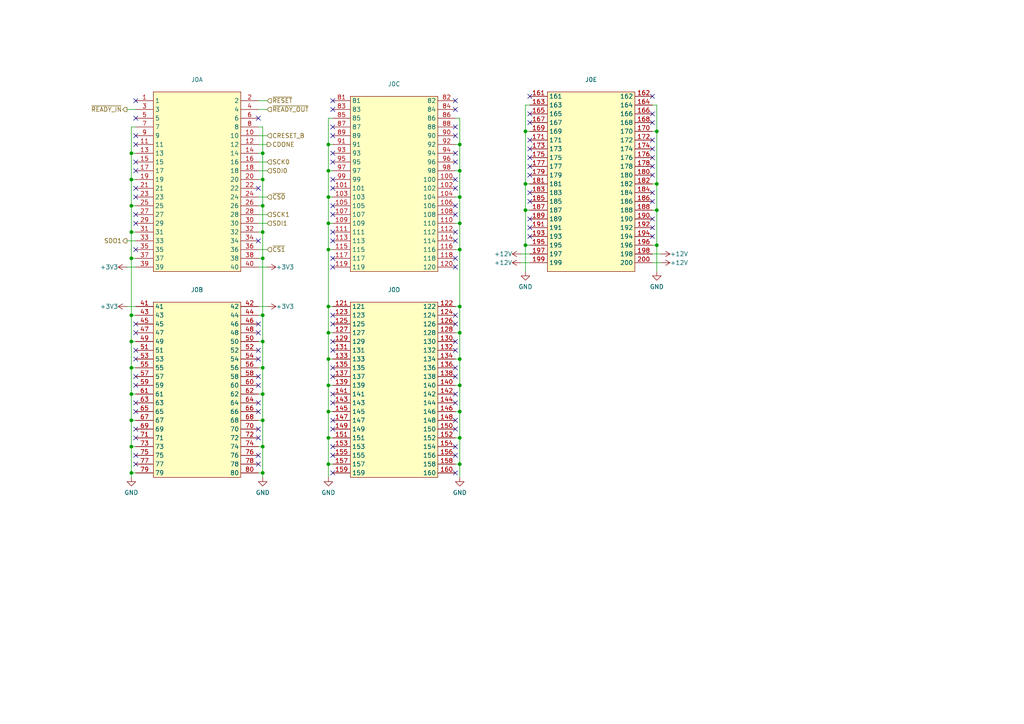
<source format=kicad_sch>
(kicad_sch (version 20211123) (generator eeschema)
  (paper "A4")
  (title_block (date "2021-08-15") (rev "CM4") (company "fourside.io"))
  (lib_symbols
    (symbol "Connector:SODIMM-200_Split"
      (property "Reference" "J" (at 0 1.27 0))
      (property "Value" "SODIMM-200_Split" (at 0 -1.27 0))
      (symbol "SODIMM-200_Split_1_1"
        (rectangle (start -12.7 25.4) (end 12.7 -26.67) (fill (type background)))
        (pin passive line (at -17.78 22.86 0) (length 5.08) (name "1") (number "1"))
        (pin passive line (at 17.78 12.7 180) (length 5.08) (name "10") (number "10"))
        (pin passive line (at -17.78 10.16 0) (length 5.08) (name "11") (number "11"))
        (pin passive line (at 17.78 10.16 180) (length 5.08) (name "12") (number "12"))
        (pin passive line (at -17.78 7.62 0) (length 5.08) (name "13") (number "13"))
        (pin passive line (at 17.78 7.62 180) (length 5.08) (name "14") (number "14"))
        (pin passive line (at -17.78 5.08 0) (length 5.08) (name "15") (number "15"))
        (pin passive line (at 17.78 5.08 180) (length 5.08) (name "16") (number "16"))
        (pin passive line (at -17.78 2.54 0) (length 5.08) (name "17") (number "17"))
        (pin passive line (at 17.78 2.54 180) (length 5.08) (name "18") (number "18"))
        (pin passive line (at -17.78 0 0) (length 5.08) (name "19") (number "19"))
        (pin passive line (at 17.78 22.86 180) (length 5.08) (name "2") (number "2"))
        (pin passive line (at 17.78 0 180) (length 5.08) (name "20") (number "20"))
        (pin passive line (at -17.78 -2.54 0) (length 5.08) (name "21") (number "21"))
        (pin passive line (at 17.78 -2.54 180) (length 5.08) (name "22") (number "22"))
        (pin passive line (at -17.78 -5.08 0) (length 5.08) (name "23") (number "23"))
        (pin passive line (at 17.78 -5.08 180) (length 5.08) (name "24") (number "24"))
        (pin passive line (at -17.78 -7.62 0) (length 5.08) (name "25") (number "25"))
        (pin passive line (at 17.78 -7.62 180) (length 5.08) (name "26") (number "26"))
        (pin passive line (at -17.78 -10.16 0) (length 5.08) (name "27") (number "27"))
        (pin passive line (at 17.78 -10.16 180) (length 5.08) (name "28") (number "28"))
        (pin passive line (at -17.78 -12.7 0) (length 5.08) (name "29") (number "29"))
        (pin passive line (at -17.78 20.32 0) (length 5.08) (name "3") (number "3"))
        (pin passive line (at 17.78 -12.7 180) (length 5.08) (name "30") (number "30"))
        (pin passive line (at -17.78 -15.24 0) (length 5.08) (name "31") (number "31"))
        (pin passive line (at 17.78 -15.24 180) (length 5.08) (name "32") (number "32"))
        (pin passive line (at -17.78 -17.78 0) (length 5.08) (name "33") (number "33"))
        (pin passive line (at 17.78 -17.78 180) (length 5.08) (name "34") (number "34"))
        (pin passive line (at -17.78 -20.32 0) (length 5.08) (name "35") (number "35"))
        (pin passive line (at 17.78 -20.32 180) (length 5.08) (name "36") (number "36"))
        (pin passive line (at -17.78 -22.86 0) (length 5.08) (name "37") (number "37"))
        (pin passive line (at 17.78 -22.86 180) (length 5.08) (name "38") (number "38"))
        (pin passive line (at -17.78 -25.4 0) (length 5.08) (name "39") (number "39"))
        (pin passive line (at 17.78 20.32 180) (length 5.08) (name "4") (number "4"))
        (pin passive line (at 17.78 -25.4 180) (length 5.08) (name "40") (number "40"))
        (pin passive line (at -17.78 17.78 0) (length 5.08) (name "5") (number "5"))
        (pin passive line (at 17.78 17.78 180) (length 5.08) (name "6") (number "6"))
        (pin passive line (at -17.78 15.24 0) (length 5.08) (name "7") (number "7"))
        (pin passive line (at 17.78 15.24 180) (length 5.08) (name "8") (number "8"))
        (pin passive line (at -17.78 12.7 0) (length 5.08) (name "9") (number "9"))
      )
      (symbol "SODIMM-200_Split_2_1"
        (rectangle (start -12.7 -26.67) (end 12.7 24.13) (fill (type background)))
        (pin passive line (at -17.78 22.86 0) (length 5.08) (name "41") (number "41"))
        (pin passive line (at 17.78 22.86 180) (length 5.08) (name "42") (number "42"))
        (pin passive line (at -17.78 20.32 0) (length 5.08) (name "43") (number "43"))
        (pin passive line (at 17.78 20.32 180) (length 5.08) (name "44") (number "44"))
        (pin passive line (at -17.78 17.78 0) (length 5.08) (name "45") (number "45"))
        (pin passive line (at 17.78 17.78 180) (length 5.08) (name "46") (number "46"))
        (pin passive line (at -17.78 15.24 0) (length 5.08) (name "47") (number "47"))
        (pin passive line (at 17.78 15.24 180) (length 5.08) (name "48") (number "48"))
        (pin passive line (at -17.78 12.7 0) (length 5.08) (name "49") (number "49"))
        (pin passive line (at 17.78 12.7 180) (length 5.08) (name "50") (number "50"))
        (pin passive line (at -17.78 10.16 0) (length 5.08) (name "51") (number "51"))
        (pin passive line (at 17.78 10.16 180) (length 5.08) (name "52") (number "52"))
        (pin passive line (at -17.78 7.62 0) (length 5.08) (name "53") (number "53"))
        (pin passive line (at 17.78 7.62 180) (length 5.08) (name "54") (number "54"))
        (pin passive line (at -17.78 5.08 0) (length 5.08) (name "55") (number "55"))
        (pin passive line (at 17.78 5.08 180) (length 5.08) (name "56") (number "56"))
        (pin passive line (at -17.78 2.54 0) (length 5.08) (name "57") (number "57"))
        (pin passive line (at 17.78 2.54 180) (length 5.08) (name "58") (number "58"))
        (pin passive line (at -17.78 0 0) (length 5.08) (name "59") (number "59"))
        (pin passive line (at 17.78 0 180) (length 5.08) (name "60") (number "60"))
        (pin passive line (at -17.78 -2.54 0) (length 5.08) (name "61") (number "61"))
        (pin passive line (at 17.78 -2.54 180) (length 5.08) (name "62") (number "62"))
        (pin passive line (at -17.78 -5.08 0) (length 5.08) (name "63") (number "63"))
        (pin passive line (at 17.78 -5.08 180) (length 5.08) (name "64") (number "64"))
        (pin passive line (at -17.78 -7.62 0) (length 5.08) (name "65") (number "65"))
        (pin passive line (at 17.78 -7.62 180) (length 5.08) (name "66") (number "66"))
        (pin passive line (at -17.78 -10.16 0) (length 5.08) (name "67") (number "67"))
        (pin passive line (at 17.78 -10.16 180) (length 5.08) (name "68") (number "68"))
        (pin passive line (at -17.78 -12.7 0) (length 5.08) (name "69") (number "69"))
        (pin passive line (at 17.78 -12.7 180) (length 5.08) (name "70") (number "70"))
        (pin passive line (at -17.78 -15.24 0) (length 5.08) (name "71") (number "71"))
        (pin passive line (at 17.78 -15.24 180) (length 5.08) (name "72") (number "72"))
        (pin passive line (at -17.78 -17.78 0) (length 5.08) (name "73") (number "73"))
        (pin passive line (at 17.78 -17.78 180) (length 5.08) (name "74") (number "74"))
        (pin passive line (at -17.78 -20.32 0) (length 5.08) (name "75") (number "75"))
        (pin passive line (at 17.78 -20.32 180) (length 5.08) (name "76") (number "76"))
        (pin passive line (at -17.78 -22.86 0) (length 5.08) (name "77") (number "77"))
        (pin passive line (at 17.78 -22.86 180) (length 5.08) (name "78") (number "78"))
        (pin passive line (at -17.78 -25.4 0) (length 5.08) (name "79") (number "79"))
        (pin passive line (at 17.78 -25.4 180) (length 5.08) (name "80") (number "80"))
      )
      (symbol "SODIMM-200_Split_3_1"
        (rectangle (start -12.7 24.13) (end 12.7 -26.67) (fill (type background)))
        (pin passive line (at 17.78 0 180) (length 5.08) (name "100") (number "100"))
        (pin passive line (at -17.78 -2.54 0) (length 5.08) (name "101") (number "101"))
        (pin passive line (at 17.78 -2.54 180) (length 5.08) (name "102") (number "102"))
        (pin passive line (at -17.78 -5.08 0) (length 5.08) (name "103") (number "103"))
        (pin passive line (at 17.78 -5.08 180) (length 5.08) (name "104") (number "104"))
        (pin passive line (at -17.78 -7.62 0) (length 5.08) (name "105") (number "105"))
        (pin passive line (at 17.78 -7.62 180) (length 5.08) (name "106") (number "106"))
        (pin passive line (at -17.78 -10.16 0) (length 5.08) (name "107") (number "107"))
        (pin passive line (at 17.78 -10.16 180) (length 5.08) (name "108") (number "108"))
        (pin passive line (at -17.78 -12.7 0) (length 5.08) (name "109") (number "109"))
        (pin passive line (at 17.78 -12.7 180) (length 5.08) (name "110") (number "110"))
        (pin passive line (at -17.78 -15.24 0) (length 5.08) (name "111") (number "111"))
        (pin passive line (at 17.78 -15.24 180) (length 5.08) (name "112") (number "112"))
        (pin passive line (at -17.78 -17.78 0) (length 5.08) (name "113") (number "113"))
        (pin passive line (at 17.78 -17.78 180) (length 5.08) (name "114") (number "114"))
        (pin passive line (at -17.78 -20.32 0) (length 5.08) (name "115") (number "115"))
        (pin passive line (at 17.78 -20.32 180) (length 5.08) (name "116") (number "116"))
        (pin passive line (at -17.78 -22.86 0) (length 5.08) (name "117") (number "117"))
        (pin passive line (at 17.78 -22.86 180) (length 5.08) (name "118") (number "118"))
        (pin passive line (at -17.78 -25.4 0) (length 5.08) (name "119") (number "119"))
        (pin passive line (at 17.78 -25.4 180) (length 5.08) (name "120") (number "120"))
        (pin passive line (at -17.78 22.86 0) (length 5.08) (name "81") (number "81"))
        (pin passive line (at 17.78 22.86 180) (length 5.08) (name "82") (number "82"))
        (pin passive line (at -17.78 20.32 0) (length 5.08) (name "83") (number "83"))
        (pin passive line (at 17.78 20.32 180) (length 5.08) (name "84") (number "84"))
        (pin passive line (at -17.78 17.78 0) (length 5.08) (name "85") (number "85"))
        (pin passive line (at 17.78 17.78 180) (length 5.08) (name "86") (number "86"))
        (pin passive line (at -17.78 15.24 0) (length 5.08) (name "87") (number "87"))
        (pin passive line (at 17.78 15.24 180) (length 5.08) (name "88") (number "88"))
        (pin passive line (at -17.78 12.7 0) (length 5.08) (name "89") (number "89"))
        (pin passive line (at 17.78 12.7 180) (length 5.08) (name "90") (number "90"))
        (pin passive line (at -17.78 10.16 0) (length 5.08) (name "91") (number "91"))
        (pin passive line (at 17.78 10.16 180) (length 5.08) (name "92") (number "92"))
        (pin passive line (at -17.78 7.62 0) (length 5.08) (name "93") (number "93"))
        (pin passive line (at 17.78 7.62 180) (length 5.08) (name "94") (number "94"))
        (pin passive line (at -17.78 5.08 0) (length 5.08) (name "95") (number "95"))
        (pin passive line (at 17.78 5.08 180) (length 5.08) (name "96") (number "96"))
        (pin passive line (at -17.78 2.54 0) (length 5.08) (name "97") (number "97"))
        (pin passive line (at 17.78 2.54 180) (length 5.08) (name "98") (number "98"))
        (pin passive line (at -17.78 0 0) (length 5.08) (name "99") (number "99"))
      )
      (symbol "SODIMM-200_Split_4_1"
        (rectangle (start -12.7 24.13) (end 12.7 -26.67) (fill (type background)))
        (pin passive line (at -17.78 22.86 0) (length 5.08) (name "121") (number "121"))
        (pin passive line (at 17.78 22.86 180) (length 5.08) (name "122") (number "122"))
        (pin passive line (at -17.78 20.32 0) (length 5.08) (name "123") (number "123"))
        (pin passive line (at 17.78 20.32 180) (length 5.08) (name "124") (number "124"))
        (pin passive line (at -17.78 17.78 0) (length 5.08) (name "125") (number "125"))
        (pin passive line (at 17.78 17.78 180) (length 5.08) (name "126") (number "126"))
        (pin passive line (at -17.78 15.24 0) (length 5.08) (name "127") (number "127"))
        (pin passive line (at 17.78 15.24 180) (length 5.08) (name "128") (number "128"))
        (pin passive line (at -17.78 12.7 0) (length 5.08) (name "129") (number "129"))
        (pin passive line (at 17.78 12.7 180) (length 5.08) (name "130") (number "130"))
        (pin passive line (at -17.78 10.16 0) (length 5.08) (name "131") (number "131"))
        (pin passive line (at 17.78 10.16 180) (length 5.08) (name "132") (number "132"))
        (pin passive line (at -17.78 7.62 0) (length 5.08) (name "133") (number "133"))
        (pin passive line (at 17.78 7.62 180) (length 5.08) (name "134") (number "134"))
        (pin passive line (at -17.78 5.08 0) (length 5.08) (name "135") (number "135"))
        (pin passive line (at 17.78 5.08 180) (length 5.08) (name "136") (number "136"))
        (pin passive line (at -17.78 2.54 0) (length 5.08) (name "137") (number "137"))
        (pin passive line (at 17.78 2.54 180) (length 5.08) (name "138") (number "138"))
        (pin passive line (at -17.78 0 0) (length 5.08) (name "139") (number "139"))
        (pin passive line (at 17.78 0 180) (length 5.08) (name "140") (number "140"))
        (pin passive line (at -17.78 -2.54 0) (length 5.08) (name "141") (number "141"))
        (pin passive line (at 17.78 -2.54 180) (length 5.08) (name "142") (number "142"))
        (pin passive line (at -17.78 -5.08 0) (length 5.08) (name "143") (number "143"))
        (pin passive line (at 17.78 -5.08 180) (length 5.08) (name "144") (number "144"))
        (pin passive line (at -17.78 -7.62 0) (length 5.08) (name "145") (number "145"))
        (pin passive line (at 17.78 -7.62 180) (length 5.08) (name "146") (number "146"))
        (pin passive line (at -17.78 -10.16 0) (length 5.08) (name "147") (number "147"))
        (pin passive line (at 17.78 -10.16 180) (length 5.08) (name "148") (number "148"))
        (pin passive line (at -17.78 -12.7 0) (length 5.08) (name "149") (number "149"))
        (pin passive line (at 17.78 -12.7 180) (length 5.08) (name "150") (number "150"))
        (pin passive line (at -17.78 -15.24 0) (length 5.08) (name "151") (number "151"))
        (pin passive line (at 17.78 -15.24 180) (length 5.08) (name "152") (number "152"))
        (pin passive line (at -17.78 -17.78 0) (length 5.08) (name "153") (number "153"))
        (pin passive line (at 17.78 -17.78 180) (length 5.08) (name "154") (number "154"))
        (pin passive line (at -17.78 -20.32 0) (length 5.08) (name "155") (number "155"))
        (pin passive line (at 17.78 -20.32 180) (length 5.08) (name "156") (number "156"))
        (pin passive line (at -17.78 -22.86 0) (length 5.08) (name "157") (number "157"))
        (pin passive line (at 17.78 -22.86 180) (length 5.08) (name "158") (number "158"))
        (pin passive line (at -17.78 -25.4 0) (length 5.08) (name "159") (number "159"))
        (pin passive line (at 17.78 -25.4 180) (length 5.08) (name "160") (number "160"))
      )
      (symbol "SODIMM-200_Split_5_1"
        (rectangle (start -12.7 24.13) (end 12.7 -27.94) (fill (type background)))
        (pin passive line (at -17.78 22.86 0) (length 5.08) (name "161") (number "161"))
        (pin passive line (at 17.78 22.86 180) (length 5.08) (name "162") (number "162"))
        (pin passive line (at -17.78 20.32 0) (length 5.08) (name "163") (number "163"))
        (pin passive line (at 17.78 20.32 180) (length 5.08) (name "164") (number "164"))
        (pin passive line (at -17.78 17.78 0) (length 5.08) (name "165") (number "165"))
        (pin passive line (at 17.78 17.78 180) (length 5.08) (name "166") (number "166"))
        (pin passive line (at -17.78 15.24 0) (length 5.08) (name "167") (number "167"))
        (pin passive line (at 17.78 15.24 180) (length 5.08) (name "168") (number "168"))
        (pin passive line (at -17.78 12.7 0) (length 5.08) (name "169") (number "169"))
        (pin passive line (at 17.78 12.7 180) (length 5.08) (name "170") (number "170"))
        (pin passive line (at -17.78 10.16 0) (length 5.08) (name "171") (number "171"))
        (pin passive line (at 17.78 10.16 180) (length 5.08) (name "172") (number "172"))
        (pin passive line (at -17.78 7.62 0) (length 5.08) (name "173") (number "173"))
        (pin passive line (at 17.78 7.62 180) (length 5.08) (name "174") (number "174"))
        (pin passive line (at -17.78 5.08 0) (length 5.08) (name "175") (number "175"))
        (pin passive line (at 17.78 5.08 180) (length 5.08) (name "176") (number "176"))
        (pin passive line (at -17.78 2.54 0) (length 5.08) (name "177") (number "177"))
        (pin passive line (at 17.78 2.54 180) (length 5.08) (name "178") (number "178"))
        (pin passive line (at -17.78 0 0) (length 5.08) (name "179") (number "179"))
        (pin passive line (at 17.78 0 180) (length 5.08) (name "180") (number "180"))
        (pin passive line (at -17.78 -2.54 0) (length 5.08) (name "181") (number "181"))
        (pin passive line (at 17.78 -2.54 180) (length 5.08) (name "182") (number "182"))
        (pin passive line (at -17.78 -5.08 0) (length 5.08) (name "183") (number "183"))
        (pin passive line (at 17.78 -5.08 180) (length 5.08) (name "184") (number "184"))
        (pin passive line (at -17.78 -7.62 0) (length 5.08) (name "185") (number "185"))
        (pin passive line (at 17.78 -7.62 180) (length 5.08) (name "186") (number "186"))
        (pin passive line (at -17.78 -10.16 0) (length 5.08) (name "187") (number "187"))
        (pin passive line (at 17.78 -10.16 180) (length 5.08) (name "188") (number "188"))
        (pin passive line (at -17.78 -12.7 0) (length 5.08) (name "189") (number "189"))
        (pin passive line (at 17.78 -12.7 180) (length 5.08) (name "190") (number "190"))
        (pin passive line (at -17.78 -15.24 0) (length 5.08) (name "191") (number "191"))
        (pin passive line (at 17.78 -15.24 180) (length 5.08) (name "192") (number "192"))
        (pin passive line (at -17.78 -17.78 0) (length 5.08) (name "193") (number "193"))
        (pin passive line (at 17.78 -17.78 180) (length 5.08) (name "194") (number "194"))
        (pin passive line (at -17.78 -20.32 0) (length 5.08) (name "195") (number "195"))
        (pin passive line (at 17.78 -20.32 180) (length 5.08) (name "196") (number "196"))
        (pin passive line (at -17.78 -22.86 0) (length 5.08) (name "197") (number "197"))
        (pin passive line (at 17.78 -22.86 180) (length 5.08) (name "198") (number "198"))
        (pin passive line (at -17.78 -25.4 0) (length 5.08) (name "199") (number "199"))
        (pin passive line (at 17.78 -25.4 180) (length 5.08) (name "200") (number "200"))
      )
    )
    (symbol "power:+12V" (power) (pin_names (offset 0))
      (property "Value" "+12V" (at 0 3.556 0))
      (symbol "+12V_0_1"
        (polyline (pts (xy -0.762 1.27) (xy 0 2.54)))
        (polyline (pts (xy 0 0) (xy 0 2.54)))
        (polyline (pts (xy 0 2.54) (xy 0.762 1.27)))
      )
      (symbol "+12V_1_1"
        (pin power_in line (at 0 0 90) (length 0) hide (name "+12V") (number "1"))
      )
    )
    (symbol "power:+3V3" (power) (pin_names (offset 0))
      (property "Value" "+3V3" (at 0 3.556 0))
      (symbol "+3V3_0_1"
        (polyline (pts (xy -0.762 1.27) (xy 0 2.54)))
        (polyline (pts (xy 0 0) (xy 0 2.54)))
        (polyline (pts (xy 0 2.54) (xy 0.762 1.27)))
      )
      (symbol "+3V3_1_1"
        (pin power_in line (at 0 0 90) (length 0) hide (name "+3V3") (number "1"))
      )
    )
    (symbol "power:GND" (power) (pin_names (offset 0))
      (property "Value" "GND" (at 0 -3.81 0))
      (symbol "GND_0_1"
        (polyline (pts (xy 0 0) (xy 0 -1.27) (xy 1.27 -1.27) (xy 0 -2.54) (xy -1.27 -1.27) (xy 0 -1.27)))
      )
      (symbol "GND_1_1"
        (pin power_in line (at 0 0 270) (length 0) hide (name "GND") (number "1"))
      )
    )
  )
  (junction (at 133.35 96.52))
  (junction (at 190.5 53.34))
  (junction (at 38.1 114.3))
  (junction (at 76.2 67.31))
  (junction (at 133.35 49.53))
  (junction (at 133.35 72.39))
  (junction (at 76.2 137.16))
  (junction (at 133.35 57.15))
  (junction (at 95.25 57.15))
  (junction (at 95.25 111.76))
  (junction (at 133.35 104.14))
  (junction (at 38.1 121.92))
  (junction (at 95.25 64.77))
  (junction (at 133.35 127))
  (junction (at 76.2 74.93))
  (junction (at 76.2 99.06))
  (junction (at 76.2 106.68))
  (junction (at 38.1 129.54))
  (junction (at 95.25 72.39))
  (junction (at 38.1 99.06))
  (junction (at 95.25 127))
  (junction (at 95.25 104.14))
  (junction (at 95.25 119.38))
  (junction (at 133.35 134.62))
  (junction (at 38.1 59.69))
  (junction (at 76.2 129.54))
  (junction (at 76.2 91.44))
  (junction (at 38.1 52.07))
  (junction (at 152.4 60.96))
  (junction (at 190.5 38.1))
  (junction (at 133.35 64.77))
  (junction (at 38.1 106.68))
  (junction (at 76.2 121.92))
  (junction (at 152.4 38.1))
  (junction (at 76.2 52.07))
  (junction (at 190.5 60.96))
  (junction (at 76.2 59.69))
  (junction (at 38.1 44.45))
  (junction (at 95.25 96.52))
  (junction (at 133.35 111.76))
  (junction (at 95.25 88.9))
  (junction (at 133.35 88.9))
  (junction (at 95.25 49.53))
  (junction (at 133.35 119.38))
  (junction (at 152.4 53.34))
  (junction (at 152.4 71.12))
  (junction (at 133.35 41.91))
  (junction (at 38.1 74.93))
  (junction (at 190.5 71.12))
  (junction (at 76.2 114.3))
  (junction (at 38.1 67.31))
  (junction (at 95.25 41.91))
  (junction (at 38.1 137.16))
  (junction (at 38.1 91.44))
  (junction (at 76.2 44.45))
  (junction (at 95.25 134.62))
  (no_connect (at 39.37 29.21))
  (no_connect (at 74.93 132.08))
  (no_connect (at 39.37 109.22))
  (no_connect (at 74.93 69.85))
  (no_connect (at 39.37 134.62))
  (no_connect (at 39.37 93.98))
  (no_connect (at 74.93 34.29))
  (no_connect (at 96.52 114.3))
  (no_connect (at 96.52 132.08))
  (no_connect (at 39.37 127))
  (no_connect (at 39.37 62.23))
  (no_connect (at 96.52 116.84))
  (no_connect (at 39.37 46.99))
  (no_connect (at 39.37 41.91))
  (no_connect (at 74.93 109.22))
  (no_connect (at 96.52 101.6))
  (no_connect (at 74.93 101.6))
  (no_connect (at 74.93 96.52))
  (no_connect (at 39.37 39.37))
  (no_connect (at 39.37 57.15))
  (no_connect (at 39.37 72.39))
  (no_connect (at 96.52 137.16))
  (no_connect (at 39.37 111.76))
  (no_connect (at 74.93 119.38))
  (no_connect (at 96.52 93.98))
  (no_connect (at 39.37 96.52))
  (no_connect (at 39.37 54.61))
  (no_connect (at 74.93 124.46))
  (no_connect (at 96.52 106.68))
  (no_connect (at 39.37 104.14))
  (no_connect (at 39.37 119.38))
  (no_connect (at 96.52 91.44))
  (no_connect (at 74.93 104.14))
  (no_connect (at 39.37 124.46))
  (no_connect (at 39.37 116.84))
  (no_connect (at 74.93 93.98))
  (no_connect (at 96.52 109.22))
  (no_connect (at 96.52 124.46))
  (no_connect (at 74.93 54.61))
  (no_connect (at 39.37 64.77))
  (no_connect (at 39.37 49.53))
  (no_connect (at 39.37 34.29))
  (no_connect (at 96.52 121.92))
  (no_connect (at 96.52 129.54))
  (no_connect (at 74.93 116.84))
  (no_connect (at 132.08 109.22))
  (no_connect (at 132.08 106.68))
  (no_connect (at 132.08 121.92))
  (no_connect (at 132.08 116.84))
  (no_connect (at 132.08 114.3))
  (no_connect (at 132.08 93.98))
  (no_connect (at 132.08 91.44))
  (no_connect (at 96.52 77.47))
  (no_connect (at 96.52 74.93))
  (no_connect (at 132.08 101.6))
  (no_connect (at 132.08 99.06))
  (no_connect (at 132.08 77.47))
  (no_connect (at 132.08 74.93))
  (no_connect (at 189.23 50.8))
  (no_connect (at 189.23 48.26))
  (no_connect (at 189.23 45.72))
  (no_connect (at 189.23 43.18))
  (no_connect (at 189.23 40.64))
  (no_connect (at 189.23 66.04))
  (no_connect (at 189.23 63.5))
  (no_connect (at 189.23 58.42))
  (no_connect (at 189.23 55.88))
  (no_connect (at 189.23 35.56))
  (no_connect (at 189.23 33.02))
  (no_connect (at 189.23 68.58))
  (no_connect (at 153.67 40.64))
  (no_connect (at 153.67 50.8))
  (no_connect (at 153.67 27.94))
  (no_connect (at 153.67 33.02))
  (no_connect (at 153.67 35.56))
  (no_connect (at 153.67 43.18))
  (no_connect (at 153.67 45.72))
  (no_connect (at 153.67 48.26))
  (no_connect (at 153.67 55.88))
  (no_connect (at 153.67 58.42))
  (no_connect (at 153.67 63.5))
  (no_connect (at 153.67 66.04))
  (no_connect (at 153.67 68.58))
  (no_connect (at 189.23 27.94))
  (no_connect (at 96.52 99.06))
  (no_connect (at 132.08 137.16))
  (no_connect (at 132.08 132.08))
  (no_connect (at 132.08 129.54))
  (no_connect (at 132.08 124.46))
  (no_connect (at 132.08 69.85))
  (no_connect (at 132.08 67.31))
  (no_connect (at 132.08 62.23))
  (no_connect (at 132.08 59.69))
  (no_connect (at 132.08 54.61))
  (no_connect (at 132.08 52.07))
  (no_connect (at 132.08 46.99))
  (no_connect (at 132.08 44.45))
  (no_connect (at 132.08 39.37))
  (no_connect (at 132.08 36.83))
  (no_connect (at 132.08 31.75))
  (no_connect (at 132.08 29.21))
  (no_connect (at 96.52 69.85))
  (no_connect (at 96.52 67.31))
  (no_connect (at 96.52 62.23))
  (no_connect (at 96.52 59.69))
  (no_connect (at 96.52 54.61))
  (no_connect (at 96.52 52.07))
  (no_connect (at 96.52 46.99))
  (no_connect (at 96.52 44.45))
  (no_connect (at 96.52 39.37))
  (no_connect (at 96.52 36.83))
  (no_connect (at 96.52 31.75))
  (no_connect (at 96.52 29.21))
  (no_connect (at 39.37 132.08))
  (no_connect (at 74.93 111.76))
  (no_connect (at 74.93 127))
  (no_connect (at 74.93 134.62))
  (no_connect (at 39.37 101.6))
  (wire (pts (xy 132.08 119.38) (xy 133.35 119.38)))
  (wire (pts (xy 74.93 49.53) (xy 77.47 49.53)))
  (wire (pts (xy 36.83 31.75) (xy 39.37 31.75)))
  (wire (pts (xy 74.93 137.16) (xy 76.2 137.16)))
  (wire (pts (xy 95.25 57.15) (xy 95.25 64.77)))
  (wire (pts (xy 38.1 44.45) (xy 38.1 52.07)))
  (wire (pts (xy 132.08 72.39) (xy 133.35 72.39)))
  (wire (pts (xy 95.25 72.39) (xy 96.52 72.39)))
  (wire (pts (xy 190.5 53.34) (xy 190.5 60.96)))
  (wire (pts (xy 38.1 114.3) (xy 38.1 121.92)))
  (wire (pts (xy 152.4 38.1) (xy 153.67 38.1)))
  (wire (pts (xy 74.93 44.45) (xy 76.2 44.45)))
  (wire (pts (xy 38.1 44.45) (xy 39.37 44.45)))
  (wire (pts (xy 95.25 96.52) (xy 95.25 104.14)))
  (wire (pts (xy 38.1 52.07) (xy 39.37 52.07)))
  (wire (pts (xy 74.93 41.91) (xy 77.47 41.91)))
  (wire (pts (xy 74.93 52.07) (xy 76.2 52.07)))
  (wire (pts (xy 38.1 137.16) (xy 38.1 138.43)))
  (wire (pts (xy 38.1 121.92) (xy 39.37 121.92)))
  (wire (pts (xy 38.1 106.68) (xy 38.1 114.3)))
  (wire (pts (xy 133.35 127) (xy 133.35 134.62)))
  (wire (pts (xy 189.23 76.2) (xy 191.77 76.2)))
  (wire (pts (xy 74.93 77.47) (xy 77.47 77.47)))
  (wire (pts (xy 95.25 72.39) (xy 95.25 88.9)))
  (wire (pts (xy 76.2 106.68) (xy 76.2 114.3)))
  (wire (pts (xy 152.4 71.12) (xy 152.4 78.74)))
  (wire (pts (xy 95.25 34.29) (xy 95.25 41.91)))
  (wire (pts (xy 95.25 88.9) (xy 95.25 96.52)))
  (wire (pts (xy 74.93 46.99) (xy 77.47 46.99)))
  (wire (pts (xy 95.25 127) (xy 95.25 134.62)))
  (wire (pts (xy 74.93 62.23) (xy 77.47 62.23)))
  (wire (pts (xy 95.25 49.53) (xy 96.52 49.53)))
  (wire (pts (xy 133.35 57.15) (xy 133.35 64.77)))
  (wire (pts (xy 133.35 41.91) (xy 133.35 49.53)))
  (wire (pts (xy 74.93 129.54) (xy 76.2 129.54)))
  (wire (pts (xy 132.08 111.76) (xy 133.35 111.76)))
  (wire (pts (xy 95.25 96.52) (xy 96.52 96.52)))
  (wire (pts (xy 76.2 74.93) (xy 76.2 91.44)))
  (wire (pts (xy 74.93 72.39) (xy 77.47 72.39)))
  (wire (pts (xy 38.1 74.93) (xy 38.1 91.44)))
  (wire (pts (xy 95.25 134.62) (xy 96.52 134.62)))
  (wire (pts (xy 133.35 64.77) (xy 133.35 72.39)))
  (wire (pts (xy 133.35 134.62) (xy 133.35 138.43)))
  (wire (pts (xy 153.67 30.48) (xy 152.4 30.48)))
  (wire (pts (xy 74.93 29.21) (xy 77.47 29.21)))
  (wire (pts (xy 132.08 127) (xy 133.35 127)))
  (wire (pts (xy 38.1 114.3) (xy 39.37 114.3)))
  (wire (pts (xy 95.25 41.91) (xy 96.52 41.91)))
  (wire (pts (xy 74.93 74.93) (xy 76.2 74.93)))
  (wire (pts (xy 74.93 67.31) (xy 76.2 67.31)))
  (wire (pts (xy 74.93 36.83) (xy 76.2 36.83)))
  (wire (pts (xy 38.1 36.83) (xy 38.1 44.45)))
  (wire (pts (xy 132.08 49.53) (xy 133.35 49.53)))
  (wire (pts (xy 132.08 57.15) (xy 133.35 57.15)))
  (wire (pts (xy 95.25 104.14) (xy 95.25 111.76)))
  (wire (pts (xy 38.1 59.69) (xy 38.1 67.31)))
  (wire (pts (xy 76.2 67.31) (xy 76.2 74.93)))
  (wire (pts (xy 38.1 59.69) (xy 39.37 59.69)))
  (wire (pts (xy 38.1 129.54) (xy 38.1 137.16)))
  (wire (pts (xy 38.1 106.68) (xy 39.37 106.68)))
  (wire (pts (xy 38.1 36.83) (xy 39.37 36.83)))
  (wire (pts (xy 95.25 57.15) (xy 96.52 57.15)))
  (wire (pts (xy 38.1 74.93) (xy 39.37 74.93)))
  (wire (pts (xy 38.1 129.54) (xy 39.37 129.54)))
  (wire (pts (xy 95.25 111.76) (xy 95.25 119.38)))
  (wire (pts (xy 151.13 73.66) (xy 153.67 73.66)))
  (wire (pts (xy 132.08 41.91) (xy 133.35 41.91)))
  (wire (pts (xy 95.25 134.62) (xy 95.25 138.43)))
  (wire (pts (xy 74.93 59.69) (xy 76.2 59.69)))
  (wire (pts (xy 152.4 60.96) (xy 152.4 71.12)))
  (wire (pts (xy 190.5 60.96) (xy 190.5 71.12)))
  (wire (pts (xy 38.1 67.31) (xy 38.1 74.93)))
  (wire (pts (xy 38.1 137.16) (xy 39.37 137.16)))
  (wire (pts (xy 74.93 106.68) (xy 76.2 106.68)))
  (wire (pts (xy 132.08 34.29) (xy 133.35 34.29)))
  (wire (pts (xy 74.93 99.06) (xy 76.2 99.06)))
  (wire (pts (xy 133.35 88.9) (xy 133.35 96.52)))
  (wire (pts (xy 76.2 114.3) (xy 76.2 121.92)))
  (wire (pts (xy 74.93 91.44) (xy 76.2 91.44)))
  (wire (pts (xy 38.1 91.44) (xy 39.37 91.44)))
  (wire (pts (xy 95.25 104.14) (xy 96.52 104.14)))
  (wire (pts (xy 152.4 53.34) (xy 153.67 53.34)))
  (wire (pts (xy 36.83 77.47) (xy 39.37 77.47)))
  (wire (pts (xy 95.25 111.76) (xy 96.52 111.76)))
  (wire (pts (xy 189.23 71.12) (xy 190.5 71.12)))
  (wire (pts (xy 152.4 53.34) (xy 152.4 60.96)))
  (wire (pts (xy 95.25 41.91) (xy 95.25 49.53)))
  (wire (pts (xy 132.08 64.77) (xy 133.35 64.77)))
  (wire (pts (xy 152.4 38.1) (xy 152.4 53.34)))
  (wire (pts (xy 36.83 88.9) (xy 39.37 88.9)))
  (wire (pts (xy 74.93 31.75) (xy 77.47 31.75)))
  (wire (pts (xy 76.2 59.69) (xy 76.2 67.31)))
  (wire (pts (xy 95.25 88.9) (xy 96.52 88.9)))
  (wire (pts (xy 76.2 91.44) (xy 76.2 99.06)))
  (wire (pts (xy 74.93 57.15) (xy 77.47 57.15)))
  (wire (pts (xy 190.5 30.48) (xy 190.5 38.1)))
  (wire (pts (xy 152.4 30.48) (xy 152.4 38.1)))
  (wire (pts (xy 76.2 121.92) (xy 76.2 129.54)))
  (wire (pts (xy 76.2 52.07) (xy 76.2 59.69)))
  (wire (pts (xy 133.35 111.76) (xy 133.35 119.38)))
  (wire (pts (xy 152.4 71.12) (xy 153.67 71.12)))
  (wire (pts (xy 189.23 60.96) (xy 190.5 60.96)))
  (wire (pts (xy 133.35 104.14) (xy 133.35 111.76)))
  (wire (pts (xy 38.1 91.44) (xy 38.1 99.06)))
  (wire (pts (xy 189.23 30.48) (xy 190.5 30.48)))
  (wire (pts (xy 74.93 121.92) (xy 76.2 121.92)))
  (wire (pts (xy 95.25 64.77) (xy 95.25 72.39)))
  (wire (pts (xy 132.08 88.9) (xy 133.35 88.9)))
  (wire (pts (xy 133.35 49.53) (xy 133.35 57.15)))
  (wire (pts (xy 38.1 99.06) (xy 39.37 99.06)))
  (wire (pts (xy 74.93 64.77) (xy 77.47 64.77)))
  (wire (pts (xy 76.2 99.06) (xy 76.2 106.68)))
  (wire (pts (xy 74.93 114.3) (xy 76.2 114.3)))
  (wire (pts (xy 152.4 60.96) (xy 153.67 60.96)))
  (wire (pts (xy 74.93 39.37) (xy 77.47 39.37)))
  (wire (pts (xy 95.25 119.38) (xy 95.25 127)))
  (wire (pts (xy 38.1 99.06) (xy 38.1 106.68)))
  (wire (pts (xy 189.23 73.66) (xy 191.77 73.66)))
  (wire (pts (xy 76.2 36.83) (xy 76.2 44.45)))
  (wire (pts (xy 133.35 34.29) (xy 133.35 41.91)))
  (wire (pts (xy 151.13 76.2) (xy 153.67 76.2)))
  (wire (pts (xy 38.1 67.31) (xy 39.37 67.31)))
  (wire (pts (xy 132.08 104.14) (xy 133.35 104.14)))
  (wire (pts (xy 95.25 64.77) (xy 96.52 64.77)))
  (wire (pts (xy 189.23 38.1) (xy 190.5 38.1)))
  (wire (pts (xy 38.1 52.07) (xy 38.1 59.69)))
  (wire (pts (xy 39.37 69.85) (xy 36.83 69.85)))
  (wire (pts (xy 189.23 53.34) (xy 190.5 53.34)))
  (wire (pts (xy 132.08 134.62) (xy 133.35 134.62)))
  (wire (pts (xy 96.52 34.29) (xy 95.25 34.29)))
  (wire (pts (xy 133.35 72.39) (xy 133.35 88.9)))
  (wire (pts (xy 95.25 119.38) (xy 96.52 119.38)))
  (wire (pts (xy 190.5 38.1) (xy 190.5 53.34)))
  (wire (pts (xy 133.35 119.38) (xy 133.35 127)))
  (wire (pts (xy 76.2 44.45) (xy 76.2 52.07)))
  (wire (pts (xy 95.25 49.53) (xy 95.25 57.15)))
  (wire (pts (xy 76.2 129.54) (xy 76.2 137.16)))
  (wire (pts (xy 38.1 121.92) (xy 38.1 129.54)))
  (wire (pts (xy 132.08 96.52) (xy 133.35 96.52)))
  (wire (pts (xy 76.2 137.16) (xy 76.2 138.43)))
  (wire (pts (xy 133.35 96.52) (xy 133.35 104.14)))
  (wire (pts (xy 95.25 127) (xy 96.52 127)))
  (wire (pts (xy 190.5 71.12) (xy 190.5 78.74)))
  (wire (pts (xy 74.93 88.9) (xy 77.47 88.9)))
  (hierarchical_label "SCK1" (shape input) (at 77.47 62.23 0))
  (hierarchical_label "SDO1" (shape output) (at 36.83 69.85 180))
  (hierarchical_label "SDI0" (shape input) (at 77.47 49.53 0))
  (hierarchical_label "~{CS0}" (shape input) (at 77.47 57.15 0))
  (hierarchical_label "CRESET_B" (shape input) (at 77.47 39.37 0))
  (hierarchical_label "SCK0" (shape input) (at 77.47 46.99 0))
  (hierarchical_label "~{READY_IN}" (shape output) (at 36.83 31.75 180))
  (hierarchical_label "~{RESET}" (shape input) (at 77.47 29.21 0))
  (hierarchical_label "CDONE" (shape output) (at 77.47 41.91 0))
  (hierarchical_label "SDI1" (shape input) (at 77.47 64.77 0))
  (hierarchical_label "~{CS1}" (shape input) (at 77.47 72.39 0))
  (hierarchical_label "~{READY_OUT}" (shape input) (at 77.47 31.75 0))
  (symbol (lib_id "power:+12V") (at 151.13 73.66 90) (unit 1)
    (property "Reference" "#PWR0459" (effects hide))
    (property "Value" "+12V" (at 148.59 73.66 90) (effects (justify left)))
  )
  (symbol (lib_id "power:+12V") (at 191.77 76.2 270) (unit 1)
    (property "Reference" "#PWR0454" (effects hide))
    (property "Value" "+12V" (at 194.31 76.2 90) (effects (justify left)))
  )
  (symbol (lib_id "Connector:SODIMM-200_Split") (at 114.3 52.07 0) (unit 3)
    (property "Reference" "J0" (at 114.3 24.3672 0))
    (property "Value" "SODIMM-200_Split" (effects hide))
    (property "Footprint" "jkiv-library:DM-7D4-H2500" (effects hide))
  )
  (symbol (lib_id "power:+3V3") (at 77.47 88.9 270) (unit 1)
    (property "Reference" "#PWR0452" (effects hide))
    (property "Value" "+3V3" (at 80.01 88.9 90) (effects (justify left)))
  )
  (symbol (lib_id "Connector:SODIMM-200_Split") (at 57.15 111.76 0) (unit 2)
    (property "Reference" "J0" (at 57.15 84.0572 0))
    (property "Value" "SODIMM-200_Split" (effects hide))
    (property "Footprint" "jkiv-library:DM-7D4-H2500" (effects hide))
  )
  (symbol (lib_id "power:GND") (at 95.25 138.43 0) (unit 1)
    (property "Reference" "#PWR0450" (effects hide))
    (property "Value" "GND" (at 95.25 142.8734 0))
  )
  (symbol (lib_id "power:GND") (at 133.35 138.43 0) (unit 1)
    (property "Reference" "#PWR0457" (effects hide))
    (property "Value" "GND" (at 133.35 142.8734 0))
  )
  (symbol (lib_id "power:+12V") (at 151.13 76.2 90) (unit 1)
    (property "Reference" "#PWR0458" (effects hide))
    (property "Value" "+12V" (at 148.59 76.2 90) (effects (justify left)))
  )
  (symbol (lib_id "power:+3V3") (at 36.83 88.9 90) (unit 1)
    (property "Reference" "#PWR0447" (effects hide))
    (property "Value" "+3V3" (at 34.29 88.9 90) (effects (justify left)))
  )
  (symbol (lib_id "Connector:SODIMM-200_Split") (at 57.15 52.07 0) (unit 1)
    (property "Reference" "J0" (at 57.15 23.0972 0))
    (property "Value" "SODIMM-200_Split" (effects hide))
    (property "Footprint" "jkiv-library:DM-7D4-H2500" (effects hide))
  )
  (symbol (lib_id "Connector:SODIMM-200_Split") (at 171.45 50.8 0) (unit 5)
    (property "Reference" "J0" (at 171.45 23.0972 0))
    (property "Value" "SODIMM-200_Split" (effects hide))
    (property "Footprint" "jkiv-library:DM-7D4-H2500" (effects hide))
  )
  (symbol (lib_id "Connector:SODIMM-200_Split") (at 114.3 111.76 0) (unit 4)
    (property "Reference" "J0" (at 114.3 84.0572 0))
    (property "Value" "SODIMM-200_Split" (effects hide))
    (property "Footprint" "jkiv-library:DM-7D4-H2500" (effects hide))
  )
  (symbol (lib_id "power:+12V") (at 191.77 73.66 270) (unit 1)
    (property "Reference" "#PWR0456" (effects hide))
    (property "Value" "+12V" (at 194.31 73.66 90) (effects (justify left)))
  )
  (symbol (lib_id "power:GND") (at 190.5 78.74 0) (unit 1)
    (property "Reference" "#PWR0455" (effects hide))
    (property "Value" "GND" (at 190.5 83.1834 0))
  )
  (symbol (lib_id "power:GND") (at 76.2 138.43 0) (unit 1)
    (property "Reference" "#PWR0449" (effects hide))
    (property "Value" "GND" (at 76.2 142.8734 0))
  )
  (symbol (lib_id "power:+3V3") (at 36.83 77.47 90) (unit 1)
    (property "Reference" "#PWR0448" (effects hide))
    (property "Value" "+3V3" (at 34.29 77.47 90) (effects (justify left)))
  )
  (symbol (lib_id "power:+3V3") (at 77.47 77.47 270) (unit 1)
    (property "Reference" "#PWR0451" (effects hide))
    (property "Value" "+3V3" (at 80.01 77.47 90) (effects (justify left)))
  )
  (symbol (lib_id "power:GND") (at 152.4 78.74 0) (unit 1)
    (property "Reference" "#PWR0453" (effects hide))
    (property "Value" "GND" (at 152.4 83.1834 0))
  )
  (symbol (lib_id "power:GND") (at 38.1 138.43 0) (unit 1)
    (property "Reference" "#PWR0446" (effects hide))
    (property "Value" "GND" (at 38.1 142.8734 0))
  )
)
</source>
